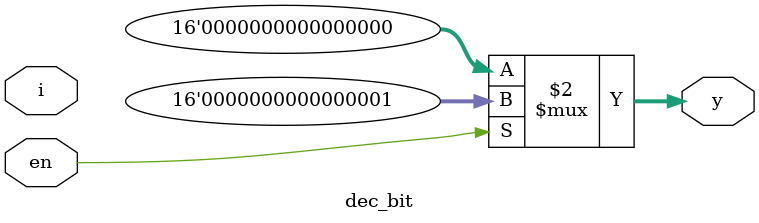
<source format=v>

module dec_bit #(parameter n=4)
(input [n-1:0]i,
 input en,
 output [(2**n)-1:0]y);

assign y=en?{{{(2**n)-1}{1'b0}},1'b1}:1'b0;

endmodule

</source>
